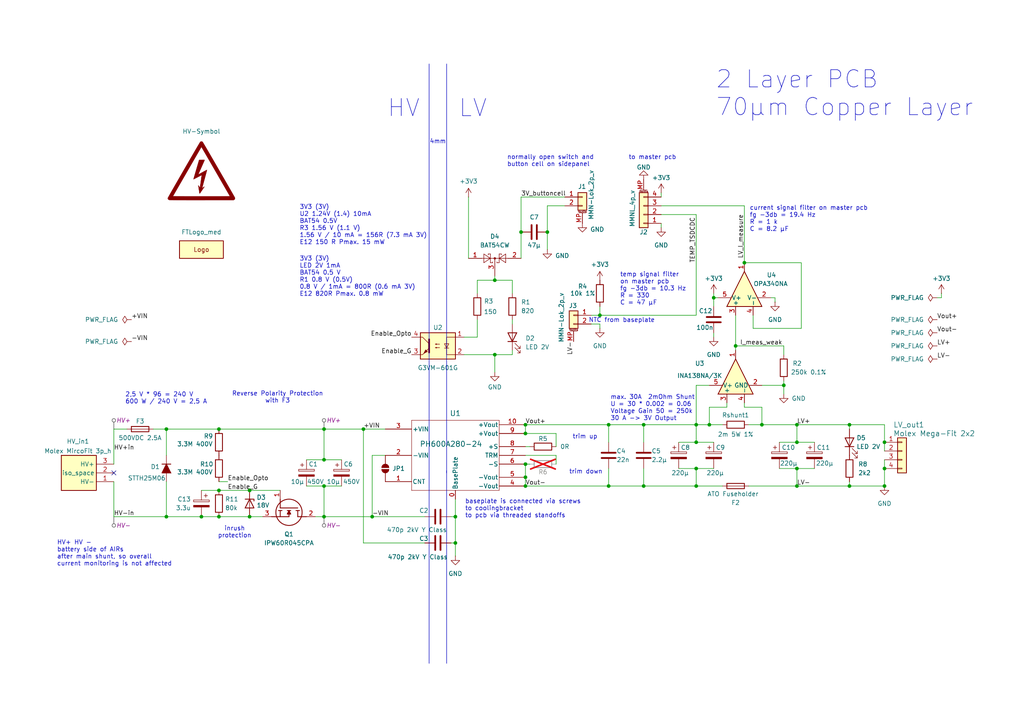
<source format=kicad_sch>
(kicad_sch (version 20250114) (generator "eeschema") (generator_version "9.0")
  (paper "A4")
  (title_block (title "TS-DCDC") (date "2024-12-12") (rev "0.5"))
  (lib_symbols
    (symbol "2024-11-18_21-41-11:PH600A280-24" (pin_names (offset 0.254))
      (property "Reference" "U" (at 17.272 6.604 0))
      (property "Value" "PH600A280-24" (at 20.32 -1.778 0))
      (symbol "PH600A280-24_1_1"
        (pin power_in line (at 0 2.54 0) (length 7.62) (name "+VIN") (number "3"))
        (pin power_in line (at 0 -5.08 0) (length 7.62) (name "-VIN") (number "2"))
        (pin input line (at 0 -12.7 0) (length 7.62) (name "CNT") (number "1"))
        (pin passive line (at 20.32 -17.78 90) (length 2.54) (name "BasePlate") (number "0"))
        (pin power_out line (at 40.64 3.81 180) (length 7.62) (name "+Vout") (number "10"))
        (pin power_out line (at 40.64 1.27 180) (length 7.62) (name "+Vout") (number "9"))
        (pin input line (at 40.64 -2.54 180) (length 7.62) (name "+S") (number "8"))
        (pin input line (at 40.64 -5.08 180) (length 7.62) (name "TRM") (number "7"))
        (pin input line (at 40.64 -7.62 180) (length 7.62) (name "-S") (number "6"))
        (pin power_out line (at 40.64 -11.43 180) (length 7.62) (name "-Vout") (number "5"))
        (pin power_out line (at 40.64 -13.97 180) (length 7.62) (name "-Vout") (number "4"))
      )
    )
    (symbol "43650-0317:43650-0317"
      (property "Reference" "HV_in1" (at 18.542 -11.938 0))
      (property "Value" "Molex MircoFit 3p_h" (at 11.43 -9.398 0))
      (symbol "43650-0317_1_1"
        (pin power_out line (at 0 0 0) (length 5.08) (name "HV+") (number "3"))
        (pin passive line (at 0 -2.54 0) (length 5.08) (name "iso_space") (number "2"))
        (pin power_out line (at 0 -5.08 0) (length 5.08) (name "HV-") (number "1"))
      )
    )
    (symbol "Amplifier_Current:INA138" (pin_names (offset 0.127))
      (property "Reference" "U" (at 3.81 5.08 0))
      (property "Value" "INA138" (at 3.81 2.54 0))
      (symbol "INA138_1_1"
        (pin input line (at -7.62 2.54 0) (length 2.54) (name "+") (number "3"))
        (pin input line (at -7.62 -2.54 0) (length 2.54) (name "-") (number "4"))
        (pin power_in line (at -2.54 7.62 270) (length 3.81) (name "V+") (number "5"))
        (pin power_in line (at -2.54 -7.62 90) (length 3.81) (name "GND") (number "2"))
        (pin output line (at 7.62 0 180) (length 2.54) (name "~") (number "1"))
      )
    )
    (symbol "Amplifier_Operational:OPA340NA" (pin_names (offset 0.127))
      (property "Reference" "U" (at -1.27 6.35 0))
      (property "Value" "OPA340NA" (at -1.27 3.81 0))
      (symbol "OPA340NA_0_1"
        (pin power_in line (at -2.54 7.62 270) (length 3.81) (name "V+") (number "5"))
        (pin power_in line (at -2.54 -7.62 90) (length 3.81) (name "V-") (number "2"))
      )
      (symbol "OPA340NA_1_1"
        (pin input line (at -7.62 2.54 0) (length 2.54) (name "+") (number "3"))
        (pin input line (at -7.62 -2.54 0) (length 2.54) (name "-") (number "4"))
        (pin output line (at 7.62 0 180) (length 2.54) (name "~") (number "1"))
      )
    )
    (symbol "Conn_01x04_1" (pin_names (offset 1.016) (hide yes))
      (property "Reference" "LV_out1" (at -2.54 7.62 0))
      (property "Value" "Molex Mega-Fit 2x2" (at -2.54 5.08 0))
      (symbol "Conn_01x04_1_1_1"
        (pin power_in line (at -5.08 2.54 0) (length 3.81) (name "Pin_1") (number "1"))
        (pin power_in line (at -5.08 0 0) (length 3.81) (name "Pin_2") (number "2"))
        (pin power_in line (at -5.08 -2.54 0) (length 3.81) (name "Pin_3") (number "3"))
        (pin power_in line (at -5.08 -5.08 0) (length 3.81) (name "Pin_4") (number "4"))
      )
    )
    (symbol "Connector_Generic_MountingPin:Conn_01x02_MountingPin" (pin_names (offset 1.016) (hide yes))
      (property "Reference" "J" (at 0 2.54 0))
      (property "Value" "Conn_01x02_MountingPin" (at 1.27 -5.08 0))
      (symbol "Conn_01x02_MountingPin_1_1"
        (text "Mounting" (at 0 -4.191 0) (effects (font (size 0.381 0.381))))
        (pin passive line (at -5.08 0 0) (length 3.81) (name "Pin_1") (number "1"))
        (pin passive line (at -5.08 -2.54 0) (length 3.81) (name "Pin_2") (number "2"))
        (pin passive line (at 0 -7.62 90) (length 3.048) (name "MountPin") (number "MP"))
      )
    )
    (symbol "Connector_Generic_MountingPin:Conn_01x04_MountingPin" (pin_names (offset 1.016) (hide yes))
      (property "Reference" "J" (at 0 5.08 0))
      (property "Value" "Conn_01x04_MountingPin" (at 1.27 -7.62 0))
      (symbol "Conn_01x04_MountingPin_1_1"
        (text "Mounting" (at 0 -6.731 0) (effects (font (size 0.381 0.381))))
        (pin passive line (at -5.08 2.54 0) (length 3.81) (name "Pin_1") (number "1"))
        (pin passive line (at -5.08 0 0) (length 3.81) (name "Pin_2") (number "2"))
        (pin passive line (at -5.08 -2.54 0) (length 3.81) (name "Pin_3") (number "3"))
        (pin passive line (at -5.08 -5.08 0) (length 3.81) (name "Pin_4") (number "4"))
        (pin passive line (at 0 -10.16 90) (length 3.048) (name "MountPin") (number "MP"))
      )
    )
    (symbol "Device:C" (pin_numbers (hide yes)) (pin_names (offset 0.254))
      (property "Reference" "C" (at 0.635 2.54 0))
      (property "Value" "C" (at 0.635 -2.54 0))
      (symbol "C_1_1"
        (pin passive line (at 0 3.81 270) (length 2.794) (name "~") (number "1"))
        (pin passive line (at 0 -3.81 90) (length 2.794) (name "~") (number "2"))
      )
    )
    (symbol "Device:C_Polarized" (pin_numbers (hide yes)) (pin_names (offset 0.254))
      (property "Reference" "C" (at 0.635 2.54 0))
      (property "Value" "C_Polarized" (at 0.635 -2.54 0))
      (symbol "C_Polarized_1_1"
        (pin passive line (at 0 3.81 270) (length 2.794) (name "~") (number "1"))
        (pin passive line (at 0 -3.81 90) (length 2.794) (name "~") (number "2"))
      )
    )
    (symbol "Device:D_Filled" (pin_numbers (hide yes)) (pin_names (offset 1.016) (hide yes))
      (property "Reference" "D" (at 0 2.54 0))
      (property "Value" "D_Filled" (at 0 -2.54 0))
      (symbol "D_Filled_1_1"
        (pin passive line (at -3.81 0 0) (length 2.54) (name "K") (number "1"))
        (pin passive line (at 3.81 0 180) (length 2.54) (name "A") (number "2"))
      )
    )
    (symbol "Device:D_Zener" (pin_numbers (hide yes)) (pin_names (offset 1.016) (hide yes))
      (property "Reference" "D" (at 0 2.54 0))
      (property "Value" "D_Zener" (at 0 -2.54 0))
      (symbol "D_Zener_1_1"
        (pin passive line (at -3.81 0 0) (length 2.54) (name "K") (number "1"))
        (pin passive line (at 3.81 0 180) (length 2.54) (name "A") (number "2"))
      )
    )
    (symbol "Device:Fuse" (pin_numbers (hide yes)) (pin_names (offset 0))
      (property "Reference" "F" (at 2.032 0 90))
      (property "Value" "Fuse" (at -1.905 0 90))
      (symbol "Fuse_1_1"
        (pin passive line (at 0 3.81 270) (length 1.27) (name "~") (number "1"))
        (pin passive line (at 0 -3.81 90) (length 1.27) (name "~") (number "2"))
      )
    )
    (symbol "Device:LED" (pin_numbers (hide yes)) (pin_names (offset 1.016) (hide yes))
      (property "Reference" "D" (at 0 2.54 0))
      (property "Value" "LED" (at 0 -2.54 0))
      (symbol "LED_1_1"
        (pin passive line (at -3.81 0 0) (length 2.54) (name "K") (number "1"))
        (pin passive line (at 3.81 0 180) (length 2.54) (name "A") (number "2"))
      )
    )
    (symbol "Device:R" (pin_numbers (hide yes)) (pin_names (offset 0))
      (property "Reference" "R" (at 2.032 0 90))
      (property "Value" "R" (at 0 0 90))
      (symbol "R_1_1"
        (pin passive line (at 0 3.81 270) (length 1.27) (name "~") (number "1"))
        (pin passive line (at 0 -3.81 90) (length 1.27) (name "~") (number "2"))
      )
    )
    (symbol "Diode:BAT54CW" (pin_names (offset 1.016))
      (property "Reference" "D" (at 0.635 -3.81 0))
      (property "Value" "BAT54CW" (at -6.35 3.175 0))
      (symbol "BAT54CW_1_1"
        (pin passive line (at -7.62 0 0) (length 3.81) (name "~") (number "1"))
        (pin passive line (at 0 -5.08 90) (length 5.08) (name "~") (number "3"))
        (pin passive line (at 7.62 0 180) (length 3.81) (name "~") (number "2"))
      )
    )
    (symbol "FaSTTUBe_logos:FTLogo_med"
      (property "Value" "FTLogo_med" (at 0 -3.81 0))
      (symbol "FTLogo_med_0_0"
        (text "Logo" (at 0 0 0) (effects (font (size 1.27 1.27))))
      )
    )
    (symbol "FaSTTUBe_logos:HV-Symbol" (pin_names (offset 1.016))
      (property "Value" "HV-Symbol" (at 0 -10.16 0))
    )
    (symbol "Fuse_1" (pin_numbers (hide yes)) (pin_names (offset 0))
      (property "Reference" "F2" (at 4.826 0 90))
      (property "Value" "ATO Fuseholder" (at 2.286 0.762 90))
      (symbol "Fuse_1_1_1"
        (pin passive line (at 0 3.81 270) (length 1.27) (name "~") (number "1"))
        (pin passive line (at 0 -3.81 90) (length 1.27) (name "~") (number "2"))
      )
    )
    (symbol "IPW60R045CPA:IPW60R045CPA" (pin_names (hide yes))
      (property "Reference" "Q" (at 11.43 3.81 0))
      (property "Value" "IPW60R045CPA" (at 11.43 1.27 0))
      (symbol "IPW60R045CPA_1_1"
        (pin passive line (at 0 0 0) (length 2.54) (name "G") (number "1"))
        (pin passive line (at 7.62 10.16 270) (length 2.54) (name "D") (number "2"))
        (pin passive line (at 7.62 -5.08 90) (length 2.54) (name "S") (number "3"))
      )
    )
    (symbol "Jumper:SolderJumper_2_Open" (pin_numbers (hide yes)) (pin_names (offset 0) (hide yes)) (exclude_from_sim yes) (in_bom no)
      (property "Reference" "JP" (at 0 2.032 0))
      (property "Value" "SolderJumper_2_Open" (at 0 -2.54 0))
      (symbol "SolderJumper_2_Open_1_1"
        (pin passive line (at -3.81 0 0) (length 2.54) (name "A") (number "1"))
        (pin passive line (at 3.81 0 180) (length 2.54) (name "B") (number "2"))
      )
    )
    (symbol "Relay_SolidState:34.81-7048"
      (property "Reference" "U2" (at 0 5.334 0))
      (property "Value" "140356145200" (at 0 -6.35 0))
      (symbol "34.81-7048_1_1"
        (pin passive line (at -7.62 2.54 0) (length 2.54) (name "") (number "1"))
        (pin passive line (at -7.62 -2.54 0) (length 2.54) (name "~") (number "2"))
        (pin passive line (at 7.62 2.54 180) (length 2.54) (name "~") (number "4"))
        (pin passive line (at 7.62 -2.54 180) (length 2.54) (name "~") (number "3"))
      )
    )
    (symbol "power:+3V3" (power) (pin_numbers (hide yes)) (pin_names (offset 0) (hide yes))
      (property "Value" "+3V3" (at 0 3.556 0))
      (symbol "+3V3_1_1"
        (pin power_in line (at 0 0 90) (length 0) (name "~") (number "1"))
      )
    )
    (symbol "power:GND" (power) (pin_numbers (hide yes)) (pin_names (offset 0) (hide yes))
      (property "Value" "GND" (at 0 -3.81 0))
      (symbol "GND_1_1"
        (pin power_in line (at 0 0 270) (length 0) (name "~") (number "1"))
      )
    )
    (symbol "power:PWR_FLAG" (power) (pin_numbers (hide yes)) (pin_names (offset 0) (hide yes))
      (property "Value" "PWR_FLAG" (at 0 3.81 0))
      (symbol "PWR_FLAG_0_0"
        (pin power_out line (at 0 0 90) (length 0) (name "~") (number "1"))
      )
    )
  )
  (text "trim down" (at 169.926 136.906 0) (effects (font (size 1.27 1.27))))
  (text "inrush\nprotection" (at 68.072 154.432 0) (effects (font (size 1.27 1.27))))
  (text "3V3 (3V)\nU2 1.24V (1.4) 10mA\nBAT54 0.5V\nR3 1.56 V (1.1 V)\n1.56 V / 10 mA = 156R (7.3 mA 3V)\nE12 150 R Pmax. 15 mW\n" (at 86.868 65.278 0) (effects (font (size 1.27 1.27)) (justify left)))
  (text "max. 30A  2mOhm Shunt \nU = 30 * 0.002 = 0.06\nVoltage Gain 50 = 250k\n30 A -> 3V Output\n" (at 177.038 118.364 0) (effects (font (size 1.27 1.27)) (justify left)))
  (text "trim up" (at 169.672 126.746 0) (effects (font (size 1.27 1.27))))
  (text "2,5 V * 96 = 240 V\n600 W / 240 V = 2,5 A\n" (at 36.322 115.57 0) (effects (font (size 1.27 1.27)) (justify left)))
  (text "current signal filter on master pcb\nfg -3db = 19.4 Hz\nR = 1 k\nC = 8.2 µF\n" (at 217.424 63.5 0) (effects (font (size 1.27 1.27)) (justify left)))
  (text "LV" (at 137.16 31.496 0) (effects (font (size 5 5))))
  (text "4mm" (at 127 41.148 0) (effects (font (size 1.27 1.27))))
  (text "normally open switch and\nbutton cell on sidepanel\n " (at 147.066 44.958 0) (effects (font (size 1.27 1.27)) (justify left top)))
  (text "NTC from baseplate" (at 180.34 92.964 0) (effects (font (size 1.27 1.27))))
  (text "HV" (at 117.094 31.496 0) (effects (font (size 5 5))))
  (text "3V3 (3V)\nLED 2V 1mA\nBAT54 0.5 V \nR1 0.8 V (0.5V)\n0.8 V / 1mA = 800R (0.6 mA 3V)\nE12 820R Pmax. 0.8 mW" (at 86.868 80.264 0) (effects (font (size 1.27 1.27)) (justify left)))
  (text "HV+ HV -\nbattery side of AIRs\nafter main shunt, so overall \ncurrent monitoring is not affected" (at 16.51 160.528 0) (effects (font (size 1.27 1.27)) (justify left)))
  (text "to master pcb" (at 189.23 45.72 0) (effects (font (size 1.27 1.27))))
  (text "baseplate is connected via screws \nto coolingbracket\nto pcb via threaded standoffs\n" (at 134.874 147.574 0) (effects (font (size 1.27 1.27)) (justify left)))
  (text "temp signal filter \non master pcb\nfg -3db = 10.3 Hz\nR = 330\nC = 47 µF" (at 179.832 83.82 0) (effects (font (size 1.27 1.27)) (justify left)))
  (text "Reverse Polarity Protection\nwith F3" (at 80.518 115.316 0) (effects (font (size 1.27 1.27))))
  (text "2 Layer PCB \n70µm Copper Layer\n" (at 207.518 27.178 0) (effects (font (size 5 5)) (justify left)))
  (junction (at 152.4 134.62))
  (junction (at 186.69 123.19))
  (junction (at 207.01 86.36))
  (junction (at 63.5 124.46))
  (junction (at 48.26 124.46))
  (junction (at 143.51 81.28))
  (junction (at 201.93 128.27))
  (junction (at 107.95 149.86))
  (junction (at 213.36 100.33))
  (junction (at 48.26 149.86))
  (junction (at 231.14 123.19))
  (junction (at 176.53 123.19))
  (junction (at 105.41 124.46))
  (junction (at 151.13 67.31))
  (junction (at 152.4 138.43))
  (junction (at 201.93 135.89))
  (junction (at 152.4 123.19))
  (junction (at 246.38 123.19))
  (junction (at 132.08 157.48))
  (junction (at 72.39 142.24))
  (junction (at 152.4 140.97))
  (junction (at 205.74 123.19))
  (junction (at 201.93 123.19))
  (junction (at 176.53 140.97))
  (junction (at 72.39 149.86))
  (junction (at 231.14 128.27))
  (junction (at 231.14 135.89))
  (junction (at 93.98 149.86))
  (junction (at 173.99 91.44))
  (junction (at 158.75 67.31))
  (junction (at 152.4 125.73))
  (junction (at 201.93 140.97))
  (junction (at 220.98 123.19))
  (junction (at 132.08 149.86))
  (junction (at 256.54 128.27))
  (junction (at 58.42 149.86))
  (junction (at 93.98 124.46))
  (junction (at 186.69 140.97))
  (junction (at 93.98 140.97))
  (junction (at 215.9 76.2))
  (junction (at 246.38 140.97))
  (junction (at 256.54 135.89))
  (junction (at 227.33 111.76))
  (junction (at 256.54 140.97))
  (junction (at 143.51 102.87))
  (junction (at 231.14 140.97))
  (junction (at 63.5 149.86))
  (junction (at 93.98 133.35))
  (junction (at 63.5 142.24))
  (no_connect (at 33.02 137.16))
  (wire (pts (xy 231.14 135.89) (xy 231.14 140.97)))
  (wire (pts (xy 132.08 144.78) (xy 132.08 149.86)))
  (wire (pts (xy 72.39 142.24) (xy 81.28 142.24)))
  (wire (pts (xy 231.14 128.27) (xy 236.22 128.27)))
  (wire (pts (xy 48.26 149.86) (xy 58.42 149.86)))
  (wire (pts (xy 33.02 139.7) (xy 33.02 149.86)))
  (wire (pts (xy 176.53 123.19) (xy 176.53 128.27)))
  (wire (pts (xy 176.53 135.89) (xy 176.53 140.97)))
  (wire (pts (xy 158.75 59.69) (xy 158.75 67.31)))
  (wire (pts (xy 148.59 102.87) (xy 148.59 101.6)))
  (wire (pts (xy 201.93 123.19) (xy 205.74 123.19)))
  (wire (pts (xy 107.95 132.08) (xy 107.95 149.86)))
  (wire (pts (xy 152.4 134.62) (xy 153.67 134.62)))
  (wire (pts (xy 226.06 128.27) (xy 231.14 128.27)))
  (wire (pts (xy 72.39 149.86) (xy 76.2 149.86)))
  (wire (pts (xy 107.95 132.08) (xy 111.76 132.08)))
  (wire (pts (xy 201.93 111.76) (xy 205.74 111.76)))
  (wire (pts (xy 143.51 81.28) (xy 143.51 80.01)))
  (wire (pts (xy 273.05 86.36) (xy 271.78 86.36)))
  (wire (pts (xy 151.13 57.15) (xy 163.83 57.15)))
  (wire (pts (xy 132.08 149.86) (xy 130.81 149.86)))
  (wire (pts (xy 201.93 62.23) (xy 201.93 91.44)))
  (wire (pts (xy 152.4 132.08) (xy 161.29 132.08)))
  (wire (pts (xy 173.99 93.98) (xy 171.45 93.98)))
  (wire (pts (xy 138.43 81.28) (xy 138.43 85.09)))
  (wire (pts (xy 44.45 124.46) (xy 48.26 124.46)))
  (wire (pts (xy 93.98 133.35) (xy 99.06 133.35)))
  (wire (pts (xy 205.74 123.19) (xy 209.55 123.19)))
  (wire (pts (xy 33.02 124.46) (xy 36.83 124.46)))
  (wire (pts (xy 134.62 97.79) (xy 138.43 97.79)))
  (wire (pts (xy 207.01 96.52) (xy 207.01 97.79)))
  (wire (pts (xy 201.93 111.76) (xy 201.93 123.19)))
  (wire (pts (xy 210.82 116.84) (xy 210.82 118.11)))
  (wire (pts (xy 210.82 118.11) (xy 205.74 118.11)))
  (wire (pts (xy 135.89 57.15) (xy 135.89 74.93)))
  (wire (pts (xy 33.02 124.46) (xy 33.02 134.62)))
  (wire (pts (xy 218.44 95.25) (xy 232.41 95.25)))
  (wire (pts (xy 161.29 134.62) (xy 161.29 132.08)))
  (wire (pts (xy 227.33 111.76) (xy 227.33 114.3)))
  (wire (pts (xy 152.4 123.19) (xy 176.53 123.19)))
  (polyline (pts (xy 124.46 18.542) (xy 124.46 192.405)))
  (wire (pts (xy 208.28 86.36) (xy 207.01 86.36)))
  (wire (pts (xy 191.77 66.04) (xy 191.77 64.77)))
  (wire (pts (xy 151.13 57.15) (xy 151.13 67.31)))
  (wire (pts (xy 152.4 138.43) (xy 152.4 134.62)))
  (wire (pts (xy 33.02 149.86) (xy 48.26 149.86)))
  (wire (pts (xy 217.17 140.97) (xy 231.14 140.97)))
  (wire (pts (xy 105.41 157.48) (xy 123.19 157.48)))
  (wire (pts (xy 105.41 124.46) (xy 111.76 124.46)))
  (wire (pts (xy 143.51 81.28) (xy 148.59 81.28)))
  (wire (pts (xy 143.51 102.87) (xy 148.59 102.87)))
  (wire (pts (xy 220.98 118.11) (xy 220.98 123.19)))
  (wire (pts (xy 66.04 139.7) (xy 63.5 139.7)))
  (wire (pts (xy 63.5 142.24) (xy 58.42 142.24)))
  (wire (pts (xy 224.79 87.63) (xy 224.79 86.36)))
  (wire (pts (xy 186.69 123.19) (xy 201.93 123.19)))
  (wire (pts (xy 152.4 129.54) (xy 153.67 129.54)))
  (wire (pts (xy 88.9 133.35) (xy 93.98 133.35)))
  (wire (pts (xy 213.36 91.44) (xy 213.36 100.33)))
  (wire (pts (xy 186.69 140.97) (xy 201.93 140.97)))
  (wire (pts (xy 173.99 88.9) (xy 173.99 91.44)))
  (wire (pts (xy 107.95 149.86) (xy 123.19 149.86)))
  (wire (pts (xy 63.5 149.86) (xy 72.39 149.86)))
  (wire (pts (xy 213.36 100.33) (xy 227.33 100.33)))
  (wire (pts (xy 173.99 91.44) (xy 201.93 91.44)))
  (wire (pts (xy 186.69 123.19) (xy 186.69 128.27)))
  (wire (pts (xy 220.98 111.76) (xy 227.33 111.76)))
  (wire (pts (xy 201.93 128.27) (xy 207.01 128.27)))
  (wire (pts (xy 186.69 135.89) (xy 186.69 140.97)))
  (wire (pts (xy 201.93 135.89) (xy 201.93 140.97)))
  (wire (pts (xy 158.75 67.31) (xy 158.75 72.39)))
  (wire (pts (xy 220.98 118.11) (xy 215.9 118.11)))
  (wire (pts (xy 226.06 135.89) (xy 231.14 135.89)))
  (wire (pts (xy 93.98 124.46) (xy 93.98 133.35)))
  (polyline (pts (xy 129.54 136.525) (xy 129.54 192.405)))
  (wire (pts (xy 93.98 140.97) (xy 99.06 140.97)))
  (wire (pts (xy 152.4 123.19) (xy 152.4 125.73)))
  (wire (pts (xy 191.77 57.15) (xy 191.77 55.88)))
  (wire (pts (xy 232.41 76.2) (xy 215.9 76.2)))
  (wire (pts (xy 201.93 140.97) (xy 209.55 140.97)))
  (wire (pts (xy 161.29 125.73) (xy 152.4 125.73)))
  (wire (pts (xy 93.98 124.46) (xy 105.41 124.46)))
  (wire (pts (xy 48.26 139.7) (xy 48.26 149.86)))
  (wire (pts (xy 205.74 118.11) (xy 205.74 123.19)))
  (wire (pts (xy 138.43 81.28) (xy 143.51 81.28)))
  (wire (pts (xy 196.85 128.27) (xy 201.93 128.27)))
  (wire (pts (xy 196.85 135.89) (xy 201.93 135.89)))
  (wire (pts (xy 232.41 95.25) (xy 232.41 76.2)))
  (wire (pts (xy 93.98 140.97) (xy 88.9 140.97)))
  (wire (pts (xy 163.83 59.69) (xy 158.75 59.69)))
  (wire (pts (xy 246.38 124.46) (xy 246.38 123.19)))
  (wire (pts (xy 176.53 123.19) (xy 186.69 123.19)))
  (wire (pts (xy 213.36 100.33) (xy 213.36 101.6)))
  (wire (pts (xy 224.79 86.36) (xy 223.52 86.36)))
  (wire (pts (xy 173.99 91.44) (xy 171.45 91.44)))
  (wire (pts (xy 231.14 135.89) (xy 236.22 135.89)))
  (wire (pts (xy 217.17 123.19) (xy 220.98 123.19)))
  (wire (pts (xy 215.9 59.69) (xy 215.9 76.2)))
  (wire (pts (xy 231.14 140.97) (xy 246.38 140.97)))
  (wire (pts (xy 231.14 123.19) (xy 231.14 128.27)))
  (wire (pts (xy 201.93 135.89) (xy 207.01 135.89)))
  (wire (pts (xy 191.77 59.69) (xy 215.9 59.69)))
  (polyline (pts (xy 129.54 18.542) (xy 129.54 137.16)))
  (wire (pts (xy 152.4 140.97) (xy 152.4 138.43)))
  (wire (pts (xy 48.26 132.08) (xy 48.26 124.46)))
  (wire (pts (xy 143.51 102.87) (xy 143.51 107.95)))
  (wire (pts (xy 152.4 140.97) (xy 176.53 140.97)))
  (wire (pts (xy 93.98 149.86) (xy 107.95 149.86)))
  (wire (pts (xy 256.54 128.27) (xy 256.54 130.81)))
  (wire (pts (xy 256.54 133.35) (xy 256.54 135.89)))
  (wire (pts (xy 246.38 123.19) (xy 256.54 123.19)))
  (wire (pts (xy 63.5 142.24) (xy 72.39 142.24)))
  (wire (pts (xy 176.53 140.97) (xy 186.69 140.97)))
  (wire (pts (xy 148.59 92.71) (xy 148.59 93.98)))
  (wire (pts (xy 48.26 124.46) (xy 63.5 124.46)))
  (wire (pts (xy 91.44 149.86) (xy 93.98 149.86)))
  (wire (pts (xy 173.99 93.98) (xy 173.99 95.25)))
  (wire (pts (xy 215.9 118.11) (xy 215.9 116.84)))
  (wire (pts (xy 138.43 92.71) (xy 138.43 97.79)))
  (wire (pts (xy 256.54 135.89) (xy 256.54 140.97)))
  (wire (pts (xy 151.13 67.31) (xy 151.13 74.93)))
  (wire (pts (xy 58.42 149.86) (xy 63.5 149.86)))
  (wire (pts (xy 148.59 81.28) (xy 148.59 85.09)))
  (wire (pts (xy 161.29 129.54) (xy 161.29 125.73)))
  (wire (pts (xy 246.38 139.7) (xy 246.38 140.97)))
  (wire (pts (xy 132.08 157.48) (xy 130.81 157.48)))
  (wire (pts (xy 132.08 161.29) (xy 132.08 157.48)))
  (wire (pts (xy 105.41 124.46) (xy 105.41 157.48)))
  (wire (pts (xy 273.05 85.09) (xy 273.05 86.36)))
  (wire (pts (xy 63.5 124.46) (xy 93.98 124.46)))
  (wire (pts (xy 227.33 100.33) (xy 227.33 102.87)))
  (wire (pts (xy 220.98 123.19) (xy 231.14 123.19)))
  (wire (pts (xy 207.01 86.36) (xy 207.01 85.09)))
  (wire (pts (xy 132.08 149.86) (xy 132.08 157.48)))
  (wire (pts (xy 256.54 140.97) (xy 246.38 140.97)))
  (wire (pts (xy 256.54 123.19) (xy 256.54 128.27)))
  (wire (pts (xy 207.01 86.36) (xy 207.01 88.9)))
  (wire (pts (xy 227.33 110.49) (xy 227.33 111.76)))
  (wire (pts (xy 143.51 102.87) (xy 134.62 102.87)))
  (wire (pts (xy 231.14 123.19) (xy 246.38 123.19)))
  (wire (pts (xy 201.93 62.23) (xy 191.77 62.23)))
  (wire (pts (xy 218.44 95.25) (xy 218.44 91.44)))
  (wire (pts (xy 93.98 149.86) (xy 93.98 140.97)))
  (wire (pts (xy 201.93 123.19) (xy 201.93 128.27)))
  (label "LV+" (at 231.14 123.19 0))
  (label "+VIN" (at 38.1 92.71 0))
  (label "LV-" (at 231.14 140.97 0))
  (label "Vout-" (at 152.4 140.97 0))
  (label "TEMP_TSDCDC" (at 201.93 76.2 90))
  (label "LV-" (at 271.78 104.14 0))
  (label "Vout+" (at 271.78 92.71 0))
  (label "-VIN" (at 38.1 99.06 0))
  (label "-VIN" (at 107.95 149.86 0))
  (label "LV_I_measure" (at 215.9 74.93 90))
  (label "HV+in" (at 33.02 130.81 0))
  (label "I_meas_weak" (at 214.63 100.33 0))
  (label "3V_buttoncell" (at 151.13 57.15 0))
  (label "LV-" (at 166.37 99.06 270))
  (label "Enable_G" (at 66.04 142.24 0))
  (label "HV-in" (at 33.02 149.86 0))
  (label "Vout-" (at 271.78 96.52 0))
  (label "Enable_Opto" (at 66.04 139.7 0))
  (label "Vout+" (at 152.4 123.19 0))
  (label "Enable_G" (at 119.38 102.87 180))
  (label "Enable_Opto" (at 119.38 97.79 180))
  (label "+VIN" (at 105.41 124.46 0))
  (label "LV+" (at 271.78 100.33 0))
  (netclass_flag "" (length 2.54) (shape round) (at 33.02 124.46 0) (property "Netclass" "HV+" (at 33.7185 121.92 0) (effects (font (italic yes)) (justify left))))
  (netclass_flag "" (length 2.54) (shape round) (at 33.02 149.86 180) (property "Netclass" "HV-" (at 33.7185 152.4 0) (effects (font (italic yes)) (justify left))))
  (netclass_flag "" (length 2.54) (shape round) (at 93.98 124.46 0) (property "Netclass" "HV+" (at 94.6785 121.92 0) (effects (font (italic yes)) (justify left))))
  (netclass_flag "" (length 2.54) (shape round) (at 93.98 149.86 180) (property "Netclass" "HV-" (at 94.6785 152.4 0) (effects (font (italic yes)) (justify left))))
  (symbol (lib_id "Device:LED") (at 148.59 97.79 90) (unit 1)
    (property "Reference" "D2" (at 152.4 98.1074 90) (effects (justify right)))
    (property "Value" "LED 2V" (at 152.4 100.6474 90) (effects (justify right)))
    (property "Footprint" "LED_SMD:LED_0603_1608Metric" (effects (hide yes)))
    (property "Description" "Light emitting diode" (effects (hide yes)))
  )
  (symbol (lib_id "Device:C_Polarized") (at 196.85 132.08 0) (unit 1)
    (property "Reference" "C8" (at 200.152 129.794 0) (effects (justify right)))
    (property "Value" "220µ" (at 199.898 137.16 0) (effects (justify right)))
    (property "Footprint" "Capacitor_THT:CP_Radial_D10.0mm_P5.00mm" (effects (hide yes)))
    (property "Datasheet" "https://mou.sr/3E8B9GR" (effects (hide yes)))
    (property "Description" "Polarized capacitor" (effects (hide yes)))
  )
  (symbol (lib_id "Device:C") (at 176.53 132.08 0) (unit 1)
    (property "Reference" "C4" (at 178.816 130.81 0) (effects (justify left)))
    (property "Value" "22n" (at 178.816 133.35 0) (effects (justify left)))
    (property "Footprint" "Capacitor_SMD:C_1206_3216Metric" (effects (hide yes)))
    (property "Description" "Unpolarized capacitor" (effects (hide yes)))
  )
  (symbol (lib_id "Device:R") (at 246.38 135.89 0) (unit 1)
    (property "Reference" "R8" (at 248.92 134.6199 0) (effects (justify left)))
    (property "Value" "2k2" (at 248.92 137.1599 0) (effects (justify left)))
    (property "Footprint" "Resistor_SMD:R_0603_1608Metric" (effects (hide yes)))
    (property "Description" "Resistor" (effects (hide yes)))
  )
  (symbol (lib_id "Connector_Generic_MountingPin:Conn_01x04_MountingPin") (at 186.69 62.23 180) (unit 1)
    (property "Reference" "J2" (at 186.69 67.31 0))
    (property "Value" "MMNL_4p_v" (at 183.388 60.452 90))
    (property "Footprint" "FaSTTUBe_connectors:Micro_Mate-N-Lok_4p_vertical" (effects (hide yes)))
    (property "Description" "Generic connectable mounting pin connector, single row, 01x04, script generated (kicad-library-utils/schlib/autogen/connector/)" (effects (hide yes)))
  )
  (symbol (lib_id "power:GND") (at 256.54 140.97 0) (unit 1)
    (property "Reference" "#PWR01" (effects (hide yes)))
    (property "Value" "GND" (at 256.54 146.05 0))
    (property "Description" "Power symbol creates a global label with name \"GND\" , ground" (effects (hide yes)))
  )
  (symbol (lib_id "Device:R") (at 157.48 129.54 90) (unit 1)
    (property "Reference" "R5" (at 157.48 127.254 90))
    (property "Value" "0R" (at 163.83 129.54 90))
    (property "Footprint" "Resistor_SMD:R_0603_1608Metric" (effects (hide yes)))
    (property "Description" "Resistor" (effects (hide yes)))
  )
  (symbol (lib_id "power:PWR_FLAG") (at 38.1 92.71 90) (unit 1)
    (property "Reference" "#FLG02" (effects (hide yes)))
    (property "Value" "PWR_FLAG" (at 34.29 92.7099 90) (effects (justify left)))
    (property "Description" "Special symbol for telling ERC where power comes from" (effects (hide yes)))
  )
  (symbol (lib_id "power:+3V3") (at 191.77 55.88 0) (mirror y) (unit 1)
    (property "Reference" "#PWR05" (effects (hide yes)))
    (property "Value" "+3V3" (at 191.77 51.562 0))
    (property "Description" "Power symbol creates a global label with name \"+3V3\"" (effects (hide yes)))
  )
  (symbol (lib_id "Amplifier_Operational:OPA340NA") (at 215.9 83.82 90) (unit 1)
    (property "Reference" "U4" (at 223.774 79.756 90))
    (property "Value" "OPA340NA" (at 223.52 82.296 90))
    (property "Footprint" "Package_TO_SOT_SMD:SOT-23-5" (effects (hide yes)))
    (property "Datasheet" "http://www.ti.com/lit/ds/symlink/opa340.pdf" (effects (hide yes)))
    (property "Description" "Single Single-Supply, Rail-to-Rail Operational Amplifier, MicroAmplifier Series, SOT-23-5" (effects (hide yes)))
  )
  (symbol (lib_id "Jumper:SolderJumper_2_Open") (at 111.76 135.89 90) (unit 1) (in_bom no)
    (property "Reference" "JP1" (at 113.792 135.89 90) (effects (justify right)))
    (property "Value" "SolderJumper_2_Open" (effects (hide yes)))
    (property "Footprint" "Jumper:SolderJumper-2_P1.3mm_Open_RoundedPad1.0x1.5mm" (effects (hide yes)))
    (property "Description" "Solder Jumper, 2-pole, open" (effects (hide yes)))
  )
  (symbol (lib_id "Device:C_Polarized") (at 226.06 132.08 0) (unit 1)
    (property "Reference" "C10" (at 230.632 129.794 0) (effects (justify right)))
    (property "Value" "220µ" (at 231.394 134.366 0) (effects (justify right)))
    (property "Footprint" "Capacitor_THT:CP_Radial_D10.0mm_P5.00mm" (effects (hide yes)))
    (property "Datasheet" "https://mou.sr/3E8B9GR" (effects (hide yes)))
    (property "Description" "Polarized capacitor" (effects (hide yes)))
  )
  (symbol (lib_id "Device:LED") (at 246.38 128.27 90) (unit 1)
    (property "Reference" "D5" (at 248.412 127 90) (effects (justify right)))
    (property "Value" "LED 2V" (at 248.412 129.54 90) (effects (justify right)))
    (property "Footprint" "LED_SMD:LED_0603_1608Metric" (effects (hide yes)))
    (property "Description" "Light emitting diode" (effects (hide yes)))
  )
  (symbol (lib_id "Device:C_Polarized") (at 88.9 137.16 0) (unit 1)
    (property "Reference" "C1" (at 92.202 134.62 0) (effects (justify right)))
    (property "Value" "10µ 450V" (at 93.98 139.7 0) (effects (justify right)))
    (property "Footprint" "Capacitor_THT:CP_Radial_D12.5mm_P5.00mm" (effects (hide yes)))
    (property "Datasheet" "https://www.mouser.de/ProductDetail/KEMET/ESZ106M450AK5AA?qs=sGAEpiMZZMvwFf0viD3Y3fHxNcSaiftw0pmshQ94%2F5xScmFOjO6%2FmQ%3D%3D" (effects (hide yes)))
    (property "Description" "Polarized capacitor" (effects (hide yes)))
  )
  (symbol (lib_id "Device:C") (at 127 149.86 90) (unit 1)
    (property "Reference" "C2" (at 122.936 148.082 90))
    (property "Value" "470p 2kV Y Class" (at 120.904 153.67 90))
    (property "Footprint" "footprints:VY1471M29Y5UC63V0" (effects (hide yes)))
    (property "Datasheet" "https://www.vishay.com/docs/28537/vy1series.pdf" (effects (hide yes)))
    (property "Description" "Unpolarized capacitor" (effects (hide yes)))
  )
  (symbol (lib_id "power:PWR_FLAG") (at 271.78 104.14 90) (unit 1)
    (property "Reference" "#FLG05" (effects (hide yes)))
    (property "Value" "PWR_FLAG" (at 267.97 104.1399 90) (effects (justify left)))
    (property "Description" "Special symbol for telling ERC where power comes from" (effects (hide yes)))
  )
  (symbol (lib_id "Device:R") (at 148.59 88.9 0) (unit 1)
    (property "Reference" "R1" (at 151.13 87.6299 0) (effects (justify left)))
    (property "Value" "820" (at 151.13 90.1699 0) (effects (justify left)))
    (property "Footprint" "Resistor_SMD:R_0603_1608Metric" (effects (hide yes)))
    (property "Description" "Resistor" (effects (hide yes)))
  )
  (symbol (lib_id "power:PWR_FLAG") (at 271.78 96.52 90) (unit 1)
    (property "Reference" "#FLG07" (effects (hide yes)))
    (property "Value" "PWR_FLAG" (at 267.97 96.5199 90) (effects (justify left)))
    (property "Description" "Special symbol for telling ERC where power comes from" (effects (hide yes)))
  )
  (symbol (lib_id "power:GND") (at 207.01 97.79 0) (unit 1)
    (property "Reference" "#PWR013" (effects (hide yes)))
    (property "Value" "GND" (at 207.01 102.87 0))
    (property "Description" "Power symbol creates a global label with name \"GND\" , ground" (effects (hide yes)))
  )
  (symbol (lib_id "2024-11-18_21-41-11:PH600A280-24") (at 111.76 127 0) (unit 1)
    (property "Reference" "U1" (at 132.08 119.888 0) (effects (font (size 1.524 1.524))))
    (property "Value" "PH600A280-24" (at 130.81 128.778 0) (effects (font (size 1.524 1.524))))
    (property "Footprint" "PH300A_thru_PH600A_TDK" (effects (hide yes)))
    (property "Datasheet" "PH600A280-24" (effects (hide yes)))
  )
  (symbol (lib_id "power:PWR_FLAG") (at 271.78 86.36 90) (unit 1)
    (property "Reference" "#FLG01" (effects (hide yes)))
    (property "Value" "PWR_FLAG" (at 267.97 86.36 90) (effects (justify left)))
    (property "Description" "Special symbol for telling ERC where power comes from" (effects (hide yes)))
  )
  (symbol (lib_id "Device:C") (at 154.94 67.31 90) (unit 1)
    (property "Reference" "C7" (at 154.94 62.992 90))
    (property "Value" "47µ" (at 154.94 71.12 90))
    (property "Footprint" "Capacitor_SMD:C_1210_3225Metric" (effects (hide yes)))
    (property "Description" "Unpolarized capacitor" (effects (hide yes)))
  )
  (symbol (lib_id "power:+3V3") (at 173.99 81.28 0) (mirror y) (unit 1)
    (property "Reference" "#PWR08" (effects (hide yes)))
    (property "Value" "+3V3" (at 173.99 76.708 0))
    (property "Description" "Power symbol creates a global label with name \"+3V3\"" (effects (hide yes)))
  )
  (symbol (lib_id "FaSTTUBe_logos:HV-Symbol") (at 58.42 49.53 0) (unit 1)
    (property "Reference" "#Logo2" (effects (hide yes)))
    (property "Value" "HV-Symbol" (at 58.4225 38.1 0))
    (property "Footprint" "FaSTTUBe_logos:HV-Warning" (effects (hide yes)))
  )
  (symbol (lib_id "power:GND") (at 227.33 114.3 0) (unit 1)
    (property "Reference" "#PWR02" (effects (hide yes)))
    (property "Value" "GND" (at 231.648 115.57 0))
    (property "Description" "Power symbol creates a global label with name \"GND\" , ground" (effects (hide yes)))
  )
  (symbol (lib_id "Device:C_Polarized") (at 58.42 146.05 0) (mirror y) (unit 1)
    (property "Reference" "C13" (at 55.372 144.78 0) (effects (justify left)))
    (property "Value" "3.3u" (at 55.372 147.32 0) (effects (justify left)))
    (property "Footprint" "Capacitor_SMD:C_0805_2012Metric" (effects (hide yes)))
    (property "Datasheet" "https://www.mouser.de/ProductDetail/Vishay-Sprague/TMCP1C335MTRF?qs=WatphXlIDnw3%252BW9g7D2QaA%3D%3D" (effects (hide yes)))
    (property "Description" "Polarized capacitor" (effects (hide yes)))
  )
  (symbol (lib_id "Device:R") (at 63.5 146.05 0) (unit 1)
    (property "Reference" "R11" (at 65.278 144.78 0) (effects (justify left)))
    (property "Value" "80k" (at 65.278 147.32 0) (effects (justify left)))
    (property "Footprint" "Resistor_SMD:R_0603_1608Metric" (effects (hide yes)))
    (property "Description" "Resistor" (effects (hide yes)))
  )
  (symbol (lib_id "Device:C_Polarized") (at 236.22 132.08 0) (unit 1)
    (property "Reference" "C11" (at 240.792 129.794 0) (effects (justify right)))
    (property "Value" "220µ" (at 241.808 134.366 0) (effects (justify right)))
    (property "Footprint" "Capacitor_THT:CP_Radial_D10.0mm_P5.00mm" (effects (hide yes)))
    (property "Datasheet" "https://mou.sr/3E8B9GR" (effects (hide yes)))
    (property "Description" "Polarized capacitor" (effects (hide yes)))
  )
  (symbol (lib_id "power:GND") (at 132.08 161.29 0) (unit 1)
    (property "Reference" "#PWR010" (effects (hide yes)))
    (property "Value" "GND" (at 132.08 166.37 0))
    (property "Description" "Power symbol creates a global label with name \"GND\" , ground" (effects (hide yes)))
  )
  (symbol (lib_id "Relay_SolidState:34.81-7048") (at 127 100.33 0) (mirror y) (unit 1)
    (property "Reference" "U2" (at 127 94.996 0))
    (property "Value" "G3VM-601G" (at 127 106.68 0))
    (property "Footprint" "footprints:SOP254P700X210-4N" (effects (hide yes)))
    (property "Datasheet" "https://www.mouser.de/ProductDetail/Omron-Electronics/G3VM-601G?qs=oqK3OrSFxbhPvqS%2FmcNiWA%3D%3D" (effects (hide yes)))
  )
  (symbol (lib_id "Device:R") (at 63.5 128.27 0) (unit 1)
    (property "Reference" "R9" (at 60.452 126.492 0))
    (property "Value" "3.3M 400V" (at 61.722 128.778 0) (effects (justify right)))
    (property "Footprint" "Resistor_SMD:R_1206_3216Metric" (effects (hide yes)))
    (property "Description" "Resistor" (effects (hide yes)))
  )
  (symbol (lib_name "Conn_01x04_1") (lib_id "Connector_Generic:Conn_01x04") (at 261.62 130.81 0) (unit 1)
    (property "Reference" "LV_out1" (at 259.08 123.19 0) (effects (font (size 1.524 1.524)) (justify left)))
    (property "Value" "Molex Mega-Fit 2x2" (at 259.08 125.73 0) (effects (font (size 1.524 1.524)) (justify left)))
    (property "Footprint" "footprints:CONN_SD-76825-0100_04_MOL" (effects (hide yes)))
    (property "Datasheet" "https://www.molex.com/en-us/products/part-detail/768250004" (effects (hide yes)))
    (property "Description" "Generic connector, single row, 01x04, script generated (kicad-library-utils/schlib/autogen/connector/)" (effects (hide yes)))
  )
  (symbol (lib_id "Device:Fuse") (at 40.64 124.46 90) (mirror x) (unit 1)
    (property "Reference" "F3" (at 40.64 122.174 90))
    (property "Value" "500VDC 2.5A" (at 40.64 127 90))
    (property "Footprint" "footprints:0ACG5000TE" (effects (hide yes)))
    (property "Datasheet" "https://www.mouser.de/ProductDetail/Bel-Fuse/0ACG-2500-TE?qs=stqOd1AaK79slGARTZO0fA%3D%3D" (effects (hide yes)))
    (property "Description" "Fuse" (effects (hide yes)))
  )
  (symbol (lib_id "IPW60R045CPA:IPW60R045CPA") (at 81.28 142.24 270) (unit 1)
    (property "Reference" "Q1" (at 83.82 154.94 90))
    (property "Value" "IPW60R045CPA" (at 83.82 157.48 90))
    (property "Footprint" "footprints:TO544P516X1586X2557-3P" (effects (hide yes)))
    (property "Datasheet" "https://ms.componentsearchengine.com/Datasheets/1/IPW60R045CPA.pdf" (effects (hide yes)))
    (property "Description" "MOSFET N-Ch 600V 60A TO247-3 CoolMOS CPA" (effects (hide yes)))
    (property "Height" "5.16" (effects (hide yes)))
    (property "Mouser Part Number" "726-IPW60R045CPA" (effects (hide yes)))
    (property "Mouser Price/Stock" "https://www.mouser.co.uk/ProductDetail/Infineon-Technologies/IPW60R045CPA?qs=z8VqzZ%252B0FRNIFPzd7%2FeVZw%3D%3D" (effects (hide yes)))
    (property "Manufacturer_Name" "Infineon" (effects (hide yes)))
    (property "Manufacturer_Part_Number" "IPW60R045CPA" (effects (hide yes)))
  )
  (symbol (lib_id "power:+3V3") (at 135.89 57.15 0) (unit 1)
    (property "Reference" "#PWR09" (effects (hide yes)))
    (property "Value" "+3V3" (at 135.89 52.578 0))
    (property "Description" "Power symbol creates a global label with name \"+3V3\"" (effects (hide yes)))
  )
  (symbol (lib_id "power:PWR_FLAG") (at 38.1 99.06 90) (unit 1)
    (property "Reference" "#FLG03" (effects (hide yes)))
    (property "Value" "PWR_FLAG" (at 34.29 99.0599 90) (effects (justify left)))
    (property "Description" "Special symbol for telling ERC where power comes from" (effects (hide yes)))
  )
  (symbol (lib_id "Device:C_Polarized") (at 99.06 137.16 0) (unit 1)
    (property "Reference" "C6" (at 102.362 134.62 0) (effects (justify right)))
    (property "Value" "10µ 450V" (at 104.394 139.7 0) (effects (justify right)))
    (property "Footprint" "Capacitor_THT:CP_Radial_D12.5mm_P5.00mm" (effects (hide yes)))
    (property "Datasheet" "https://www.mouser.de/ProductDetail/KEMET/ESZ106M450AK5AA?qs=sGAEpiMZZMvwFf0viD3Y3fHxNcSaiftw0pmshQ94%2F5xScmFOjO6%2FmQ%3D%3D" (effects (hide yes)))
    (property "Description" "Polarized capacitor" (effects (hide yes)))
  )
  (symbol (lib_id "power:GND") (at 173.99 95.25 0) (unit 1)
    (property "Reference" "#PWR06" (effects (hide yes)))
    (property "Value" "GND" (at 173.99 100.33 0))
    (property "Description" "Power symbol creates a global label with name \"GND\" , ground" (effects (hide yes)))
  )
  (symbol (lib_id "Device:C_Polarized") (at 207.01 132.08 0) (unit 1)
    (property "Reference" "C9" (at 210.312 129.794 0) (effects (justify right)))
    (property "Value" "220µ" (at 210.058 137.16 0) (effects (justify right)))
    (property "Footprint" "Capacitor_THT:CP_Radial_D10.0mm_P5.00mm" (effects (hide yes)))
    (property "Datasheet" "https://mou.sr/3E8B9GR" (effects (hide yes)))
    (property "Description" "Polarized capacitor" (effects (hide yes)))
  )
  (symbol (lib_id "Device:R") (at 173.99 85.09 0) (unit 1)
    (property "Reference" "R4" (at 167.64 83.058 0) (effects (justify left)))
    (property "Value" "10k 1%" (at 165.354 85.09 0) (effects (justify left)))
    (property "Footprint" "Resistor_SMD:R_0603_1608Metric" (effects (hide yes)))
    (property "Description" "Resistor" (effects (hide yes)))
  )
  (symbol (lib_id "Device:D_Filled") (at 48.26 135.89 270) (unit 1)
    (property "Reference" "D1" (at 43.688 135.382 90) (effects (justify left)))
    (property "Value" "STTH25M06" (at 37.084 138.684 90) (effects (justify left)))
    (property "Footprint" "Package_TO_SOT_THT:TO-220F-2_Vertical" (effects (hide yes)))
    (property "Datasheet" "https://www.st.com/en/diodes-and-rectifiers/stth25m06.html" (effects (hide yes)))
    (property "Description" "Diode, filled shape" (effects (hide yes)))
    (property "Sim.Device" "D" (effects (hide yes)))
    (property "Sim.Pins" "1=K 2=A" (effects (hide yes)))
  )
  (symbol (lib_id "Device:R") (at 157.48 134.62 90) (unit 1) (dnp yes)
    (property "Reference" "R6" (at 157.48 136.906 90))
    (property "Value" "R" (effects (hide yes)))
    (property "Footprint" "Resistor_SMD:R_0603_1608Metric" (effects (hide yes)))
    (property "Description" "Resistor" (effects (hide yes)))
  )
  (symbol (lib_name "Fuse_1") (lib_id "Device:Fuse") (at 213.36 140.97 90) (mirror x) (unit 1)
    (property "Reference" "F2" (at 213.36 145.796 90))
    (property "Value" "ATO Fuseholder" (at 212.598 143.256 90))
    (property "Footprint" "footprints:01000066Z" (effects (hide yes)))
    (property "Datasheet" "https://www.littelfuse.com/assetdocs/littelfuse_fuseclip_100_datasheet.pdf?assetguid=9960882e-3537-4a71-b411-c6d6ebc326a9" (effects (hide yes)))
    (property "Description" "Fuse" (effects (hide yes)))
  )
  (symbol (lib_id "Device:R") (at 213.36 123.19 90) (unit 1)
    (property "Reference" "Rshunt1" (at 213.36 120.396 90))
    (property "Value" "2m 5W 1%" (at 213.36 125.984 90))
    (property "Footprint" "Resistor_SMD:R_2512_6332Metric" (effects (hide yes)))
    (property "Datasheet" "https://www.mouser.de/datasheet/2/54/css2h_2512-1862180.pdf" (effects (hide yes)))
    (property "Description" "Resistor" (effects (hide yes)))
  )
  (symbol (lib_id "power:+3V3") (at 273.05 85.09 0) (mirror y) (unit 1)
    (property "Reference" "#PWR014" (effects (hide yes)))
    (property "Value" "+3V3" (at 273.05 80.772 0))
    (property "Description" "Power symbol creates a global label with name \"+3V3\"" (effects (hide yes)))
  )
  (symbol (lib_id "Device:R") (at 63.5 135.89 0) (unit 1)
    (property "Reference" "R10" (at 59.944 134.62 0))
    (property "Value" "3.3M 400V" (at 61.722 136.906 0) (effects (justify right)))
    (property "Footprint" "Resistor_SMD:R_1206_3216Metric" (effects (hide yes)))
    (property "Description" "Resistor" (effects (hide yes)))
  )
  (symbol (lib_id "Diode:BAT54CW") (at 143.51 74.93 0) (unit 1)
    (property "Reference" "D4" (at 143.51 68.58 0))
    (property "Value" "BAT54CW" (at 143.51 71.12 0))
    (property "Footprint" "Package_TO_SOT_SMD:SOT-323_SC-70" (effects (hide yes)))
    (property "Datasheet" "https://assets.nexperia.com/documents/data-sheet/BAT54W_SER.pdf" (effects (hide yes)))
    (property "Description" "Dual schottky barrier diode, common cathode, SOT-323" (effects (hide yes)))
  )
  (symbol (lib_id "Device:C") (at 207.01 92.71 0) (unit 1)
    (property "Reference" "C12" (at 202.692 90.17 0) (effects (justify left)))
    (property "Value" "100n" (at 201.93 94.996 0) (effects (justify left)))
    (property "Footprint" "Capacitor_SMD:C_0603_1608Metric" (effects (hide yes)))
    (property "Description" "Unpolarized capacitor" (effects (hide yes)))
  )
  (symbol (lib_id "Device:C") (at 127 157.48 270) (unit 1)
    (property "Reference" "C3" (at 122.936 156.21 90))
    (property "Value" "470p 2kV Y Class" (at 121.158 161.544 90))
    (property "Footprint" "footprints:VY1471M29Y5UC63V0" (effects (hide yes)))
    (property "Datasheet" "https://www.vishay.com/docs/28537/vy1series.pdf" (effects (hide yes)))
    (property "Description" "Unpolarized capacitor" (effects (hide yes)))
  )
  (symbol (lib_id "Device:R") (at 227.33 106.68 0) (unit 1)
    (property "Reference" "R2" (at 229.87 105.4099 0) (effects (justify left)))
    (property "Value" "250k 0.1%" (at 229.362 107.95 0) (effects (justify left)))
    (property "Footprint" "Resistor_SMD:R_0805_2012Metric" (effects (hide yes)))
    (property "Datasheet" "https://www.mouser.de/datasheet/2/385/SEI_RNCF-3077647.pdf" (effects (hide yes)))
    (property "Description" "Resistor" (effects (hide yes)))
  )
  (symbol (lib_id "FaSTTUBe_logos:FTLogo_med") (at 58.42 72.39 0) (unit 1)
    (property "Reference" "#Logo1" (effects (hide yes)))
    (property "Value" "FTLogo_med" (at 58.42 67.31 0))
    (property "Footprint" "FaSTTUBe_logos:FTLogo_medium" (effects (hide yes)))
  )
  (symbol (lib_id "power:GND") (at 168.91 64.77 0) (unit 1)
    (property "Reference" "#PWR015" (effects (hide yes)))
    (property "Value" "GND" (at 173.228 66.548 0))
    (property "Description" "Power symbol creates a global label with name \"GND\" , ground" (effects (hide yes)))
  )
  (symbol (lib_id "power:GND") (at 224.79 87.63 0) (unit 1)
    (property "Reference" "#PWR011" (effects (hide yes)))
    (property "Value" "GND" (at 224.79 92.71 0))
    (property "Description" "Power symbol creates a global label with name \"GND\" , ground" (effects (hide yes)))
  )
  (symbol (lib_id "power:+3V3") (at 207.01 85.09 0) (mirror y) (unit 1)
    (property "Reference" "#PWR012" (effects (hide yes)))
    (property "Value" "+3V3" (at 207.01 80.772 0))
    (property "Description" "Power symbol creates a global label with name \"+3V3\"" (effects (hide yes)))
  )
  (symbol (lib_id "Connector_Generic_MountingPin:Conn_01x02_MountingPin") (at 166.37 91.44 0) (mirror y) (unit 1)
    (property "Reference" "J3" (at 167.386 88.646 0) (effects (justify left)))
    (property "Value" "MMN-Lok_2p_v" (at 162.814 99.314 90) (effects (justify left)))
    (property "Footprint" "FaSTTUBe_connectors:Micro_Mate-N-Lok_2p_vertical" (effects (hide yes)))
    (property "Description" "Generic connectable mounting pin connector, single row, 01x02, script generated (kicad-library-utils/schlib/autogen/connector/)" (effects (hide yes)))
  )
  (symbol (lib_id "Device:R") (at 138.43 88.9 0) (unit 1)
    (property "Reference" "R3" (at 141.732 87.376 0))
    (property "Value" "150" (at 142.24 90.424 0))
    (property "Footprint" "Resistor_SMD:R_0603_1608Metric" (effects (hide yes)))
    (property "Description" "Resistor" (effects (hide yes)))
  )
  (symbol (lib_id "power:PWR_FLAG") (at 271.78 92.71 90) (unit 1)
    (property "Reference" "#FLG06" (effects (hide yes)))
    (property "Value" "PWR_FLAG" (at 267.97 92.7099 90) (effects (justify left)))
    (property "Description" "Special symbol for telling ERC where power comes from" (effects (hide yes)))
  )
  (symbol (lib_id "power:GND") (at 143.51 107.95 0) (unit 1)
    (property "Reference" "#PWR07" (effects (hide yes)))
    (property "Value" "GND" (at 143.51 112.268 0))
    (property "Description" "Power symbol creates a global label with name \"GND\" , ground" (effects (hide yes)))
  )
  (symbol (lib_id "43650-0317:43650-0317") (at 33.02 134.62 0) (mirror y) (unit 1)
    (property "Reference" "HV_in1" (at 22.606 128.016 0))
    (property "Value" "Molex MircoFit 3p_h" (at 22.606 130.81 0))
    (property "Footprint" "Connector_Molex:Molex_Micro-Fit_3.0_43650-0310_1x03-1MP_P3.00mm_Horizontal_PnP" (effects (hide yes)))
    (property "Datasheet" "https://www.molex.com/en-us/products/part-detail/436500310?display=pdf" (effects (hide yes)))
    (property "Description" "Micro-Fit 3.0 Vertical Header, 3.00mm Pitch, Single Row, 3 Circuits, with PCB Polarizing Peg, Glow-Wire Capable, Black" (effects (hide yes)))
    (property "Height" "9.9" (effects (hide yes)))
    (property "Mouser Part Number" "538-43650-0317" (effects (hide yes)))
    (property "Mouser Price/Stock" "https://www.mouser.co.uk/ProductDetail/Molex/43650-0317?qs=Nb99Pa9xYq%2Fi%252B%2FVbiejqUg%3D%3D" (effects (hide yes)))
    (property "Manufacturer_Name" "Molex" (effects (hide yes)))
    (property "Manufacturer_Part_Number" "43650-0317" (effects (hide yes)))
  )
  (symbol (lib_id "power:GND") (at 158.75 72.39 0) (unit 1)
    (property "Reference" "#PWR04" (effects (hide yes)))
    (property "Value" "GND" (at 163.068 74.168 0))
    (property "Description" "Power symbol creates a global label with name \"GND\" , ground" (effects (hide yes)))
  )
  (symbol (lib_id "power:PWR_FLAG") (at 271.78 100.33 90) (unit 1)
    (property "Reference" "#FLG04" (effects (hide yes)))
    (property "Value" "PWR_FLAG" (at 267.97 100.3299 90) (effects (justify left)))
    (property "Description" "Special symbol for telling ERC where power comes from" (effects (hide yes)))
  )
  (symbol (lib_id "Amplifier_Current:INA138") (at 213.36 109.22 90) (unit 1)
    (property "Reference" "U3" (at 202.946 105.41 90))
    (property "Value" "INA138NA/3K" (at 202.946 108.966 90))
    (property "Footprint" "Package_TO_SOT_SMD:SOT-23-5" (effects (hide yes)))
    (property "Datasheet" "https://www.ti.com/lit/ds/symlink/ina138.pdf?ts=1734802735399&ref_url=https%253A%252F%252Fwww.mouser.de%252F" (effects (hide yes)))
    (property "Description" "High-Side Measurement Current Shunt Monitor, 36V, SOT-23-5" (effects (hide yes)))
  )
  (symbol (lib_id "Device:D_Zener") (at 72.39 146.05 270) (unit 1)
    (property "Reference" "D3" (at 74.422 144.272 90) (effects (justify left)))
    (property "Value" "18V" (at 74.422 146.558 90) (effects (justify left)))
    (property "Footprint" "Diode_SMD:D_SOD-123" (effects (hide yes)))
    (property "Datasheet" "https://assets.nexperia.com/documents/data-sheet/BZT52_SER.pdf" (effects (hide yes)))
    (property "Description" "BZT52C18" (effects (hide yes)))
  )
  (symbol (lib_id "power:GND") (at 186.69 52.07 180) (unit 1)
    (property "Reference" "#PWR016" (effects (hide yes)))
    (property "Value" "GND" (at 186.69 48.514 0))
    (property "Description" "Power symbol creates a global label with name \"GND\" , ground" (effects (hide yes)))
  )
  (symbol (lib_id "Connector_Generic_MountingPin:Conn_01x02_MountingPin") (at 168.91 57.15 0) (unit 1)
    (property "Reference" "J1" (at 167.64 54.102 0) (effects (justify left)))
    (property "Value" "MMN-Lok_2p_v" (at 171.45 63.754 90) (effects (justify left)))
    (property "Footprint" "FaSTTUBe_connectors:Micro_Mate-N-Lok_2p_vertical" (effects (hide yes)))
    (property "Description" "Generic connectable mounting pin connector, single row, 01x02, script generated (kicad-library-utils/schlib/autogen/connector/)" (effects (hide yes)))
  )
  (symbol (lib_id "Device:C") (at 186.69 132.08 0) (unit 1)
    (property "Reference" "C5" (at 188.976 130.81 0) (effects (justify left)))
    (property "Value" "2.2µ" (at 188.976 133.35 0) (effects (justify left)))
    (property "Footprint" "Capacitor_SMD:C_0603_1608Metric" (effects (hide yes)))
    (property "Description" "Unpolarized capacitor" (effects (hide yes)))
  )
  (symbol (lib_id "power:GND") (at 191.77 66.04 0) (mirror y) (unit 1)
    (property "Reference" "#PWR03" (effects (hide yes)))
    (property "Value" "GND" (at 191.77 71.12 0))
    (property "Description" "Power symbol creates a global label with name \"GND\" , ground" (effects (hide yes)))
  )
)
</source>
